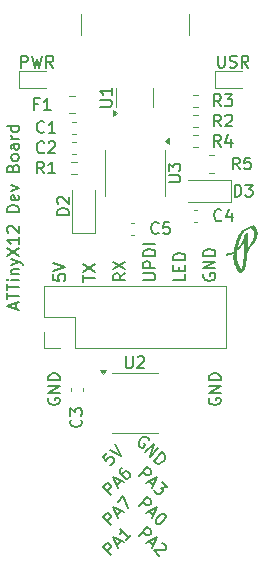
<source format=gto>
%TF.GenerationSoftware,KiCad,Pcbnew,8.0.8*%
%TF.CreationDate,2025-02-23T10:22:01-05:00*%
%TF.ProjectId,attinyx12_dev,61747469-6e79-4783-9132-5f6465762e6b,rev?*%
%TF.SameCoordinates,Original*%
%TF.FileFunction,Legend,Top*%
%TF.FilePolarity,Positive*%
%FSLAX46Y46*%
G04 Gerber Fmt 4.6, Leading zero omitted, Abs format (unit mm)*
G04 Created by KiCad (PCBNEW 8.0.8) date 2025-02-23 10:22:01*
%MOMM*%
%LPD*%
G01*
G04 APERTURE LIST*
%ADD10C,0.153000*%
%ADD11C,0.150000*%
%ADD12C,0.120000*%
%ADD13C,0.010000*%
G04 APERTURE END LIST*
D10*
X4997282Y-36491904D02*
X4949663Y-36587142D01*
X4949663Y-36587142D02*
X4949663Y-36729999D01*
X4949663Y-36729999D02*
X4997282Y-36872856D01*
X4997282Y-36872856D02*
X5092520Y-36968094D01*
X5092520Y-36968094D02*
X5187758Y-37015713D01*
X5187758Y-37015713D02*
X5378234Y-37063332D01*
X5378234Y-37063332D02*
X5521091Y-37063332D01*
X5521091Y-37063332D02*
X5711567Y-37015713D01*
X5711567Y-37015713D02*
X5806805Y-36968094D01*
X5806805Y-36968094D02*
X5902044Y-36872856D01*
X5902044Y-36872856D02*
X5949663Y-36729999D01*
X5949663Y-36729999D02*
X5949663Y-36634761D01*
X5949663Y-36634761D02*
X5902044Y-36491904D01*
X5902044Y-36491904D02*
X5854424Y-36444285D01*
X5854424Y-36444285D02*
X5521091Y-36444285D01*
X5521091Y-36444285D02*
X5521091Y-36634761D01*
X5949663Y-36015713D02*
X4949663Y-36015713D01*
X4949663Y-36015713D02*
X5949663Y-35444285D01*
X5949663Y-35444285D02*
X4949663Y-35444285D01*
X5949663Y-34968094D02*
X4949663Y-34968094D01*
X4949663Y-34968094D02*
X4949663Y-34729999D01*
X4949663Y-34729999D02*
X4997282Y-34587142D01*
X4997282Y-34587142D02*
X5092520Y-34491904D01*
X5092520Y-34491904D02*
X5187758Y-34444285D01*
X5187758Y-34444285D02*
X5378234Y-34396666D01*
X5378234Y-34396666D02*
X5521091Y-34396666D01*
X5521091Y-34396666D02*
X5711567Y-34444285D01*
X5711567Y-34444285D02*
X5806805Y-34491904D01*
X5806805Y-34491904D02*
X5902044Y-34587142D01*
X5902044Y-34587142D02*
X5949663Y-34729999D01*
X5949663Y-34729999D02*
X5949663Y-34968094D01*
X12649054Y-45592045D02*
X13356161Y-44884938D01*
X13356161Y-44884938D02*
X13625535Y-45154312D01*
X13625535Y-45154312D02*
X13659207Y-45255327D01*
X13659207Y-45255327D02*
X13659207Y-45322671D01*
X13659207Y-45322671D02*
X13625535Y-45423686D01*
X13625535Y-45423686D02*
X13524520Y-45524701D01*
X13524520Y-45524701D02*
X13423504Y-45558373D01*
X13423504Y-45558373D02*
X13356161Y-45558373D01*
X13356161Y-45558373D02*
X13255146Y-45524701D01*
X13255146Y-45524701D02*
X12985772Y-45255327D01*
X13524520Y-46063449D02*
X13861237Y-46400167D01*
X13255146Y-46198136D02*
X14197955Y-45726732D01*
X14197955Y-45726732D02*
X13726550Y-46669541D01*
X14804046Y-46332823D02*
X14871390Y-46400167D01*
X14871390Y-46400167D02*
X14905062Y-46501182D01*
X14905062Y-46501182D02*
X14905062Y-46568526D01*
X14905062Y-46568526D02*
X14871390Y-46669541D01*
X14871390Y-46669541D02*
X14770375Y-46837900D01*
X14770375Y-46837900D02*
X14602016Y-47006259D01*
X14602016Y-47006259D02*
X14433657Y-47107274D01*
X14433657Y-47107274D02*
X14332642Y-47140946D01*
X14332642Y-47140946D02*
X14265298Y-47140946D01*
X14265298Y-47140946D02*
X14164283Y-47107274D01*
X14164283Y-47107274D02*
X14096940Y-47039930D01*
X14096940Y-47039930D02*
X14063268Y-46938915D01*
X14063268Y-46938915D02*
X14063268Y-46871572D01*
X14063268Y-46871572D02*
X14096940Y-46770556D01*
X14096940Y-46770556D02*
X14197955Y-46602198D01*
X14197955Y-46602198D02*
X14366314Y-46433839D01*
X14366314Y-46433839D02*
X14534672Y-46332823D01*
X14534672Y-46332823D02*
X14635688Y-46299152D01*
X14635688Y-46299152D02*
X14703031Y-46299152D01*
X14703031Y-46299152D02*
X14804046Y-46332823D01*
X9930640Y-41118137D02*
X9593922Y-41454854D01*
X9593922Y-41454854D02*
X9896968Y-41825243D01*
X9896968Y-41825243D02*
X9896968Y-41757900D01*
X9896968Y-41757900D02*
X9930640Y-41656885D01*
X9930640Y-41656885D02*
X10098998Y-41488526D01*
X10098998Y-41488526D02*
X10200014Y-41454854D01*
X10200014Y-41454854D02*
X10267357Y-41454854D01*
X10267357Y-41454854D02*
X10368372Y-41488526D01*
X10368372Y-41488526D02*
X10536731Y-41656885D01*
X10536731Y-41656885D02*
X10570403Y-41757900D01*
X10570403Y-41757900D02*
X10570403Y-41825243D01*
X10570403Y-41825243D02*
X10536731Y-41926259D01*
X10536731Y-41926259D02*
X10368372Y-42094617D01*
X10368372Y-42094617D02*
X10267357Y-42128289D01*
X10267357Y-42128289D02*
X10200014Y-42128289D01*
X10166342Y-40882434D02*
X11109151Y-41353839D01*
X11109151Y-41353839D02*
X10637746Y-40411030D01*
X12649054Y-48132045D02*
X13356161Y-47424938D01*
X13356161Y-47424938D02*
X13625535Y-47694312D01*
X13625535Y-47694312D02*
X13659207Y-47795327D01*
X13659207Y-47795327D02*
X13659207Y-47862671D01*
X13659207Y-47862671D02*
X13625535Y-47963686D01*
X13625535Y-47963686D02*
X13524520Y-48064701D01*
X13524520Y-48064701D02*
X13423504Y-48098373D01*
X13423504Y-48098373D02*
X13356161Y-48098373D01*
X13356161Y-48098373D02*
X13255146Y-48064701D01*
X13255146Y-48064701D02*
X12985772Y-47795327D01*
X13524520Y-48603449D02*
X13861237Y-48940167D01*
X13255146Y-48738136D02*
X14197955Y-48266732D01*
X14197955Y-48266732D02*
X13726550Y-49209541D01*
X14568344Y-48771808D02*
X14635688Y-48771808D01*
X14635688Y-48771808D02*
X14736703Y-48805480D01*
X14736703Y-48805480D02*
X14905062Y-48973839D01*
X14905062Y-48973839D02*
X14938733Y-49074854D01*
X14938733Y-49074854D02*
X14938733Y-49142198D01*
X14938733Y-49142198D02*
X14905062Y-49243213D01*
X14905062Y-49243213D02*
X14837718Y-49310556D01*
X14837718Y-49310556D02*
X14703031Y-49377900D01*
X14703031Y-49377900D02*
X13894909Y-49377900D01*
X13894909Y-49377900D02*
X14332642Y-49815633D01*
X2203948Y-28898866D02*
X2203948Y-28422676D01*
X2489663Y-28994104D02*
X1489663Y-28660771D01*
X1489663Y-28660771D02*
X2489663Y-28327438D01*
X1489663Y-28136961D02*
X1489663Y-27565533D01*
X2489663Y-27851247D02*
X1489663Y-27851247D01*
X1489663Y-27375056D02*
X1489663Y-26803628D01*
X2489663Y-27089342D02*
X1489663Y-27089342D01*
X2489663Y-26470294D02*
X1822996Y-26470294D01*
X1489663Y-26470294D02*
X1537282Y-26517913D01*
X1537282Y-26517913D02*
X1584901Y-26470294D01*
X1584901Y-26470294D02*
X1537282Y-26422675D01*
X1537282Y-26422675D02*
X1489663Y-26470294D01*
X1489663Y-26470294D02*
X1584901Y-26470294D01*
X1822996Y-25994104D02*
X2489663Y-25994104D01*
X1918234Y-25994104D02*
X1870615Y-25946485D01*
X1870615Y-25946485D02*
X1822996Y-25851247D01*
X1822996Y-25851247D02*
X1822996Y-25708390D01*
X1822996Y-25708390D02*
X1870615Y-25613152D01*
X1870615Y-25613152D02*
X1965853Y-25565533D01*
X1965853Y-25565533D02*
X2489663Y-25565533D01*
X1822996Y-25184580D02*
X2489663Y-24946485D01*
X1822996Y-24708390D02*
X2489663Y-24946485D01*
X2489663Y-24946485D02*
X2727758Y-25041723D01*
X2727758Y-25041723D02*
X2775377Y-25089342D01*
X2775377Y-25089342D02*
X2822996Y-25184580D01*
X1489663Y-24422675D02*
X2489663Y-23756009D01*
X1489663Y-23756009D02*
X2489663Y-24422675D01*
X2489663Y-22851247D02*
X2489663Y-23422675D01*
X2489663Y-23136961D02*
X1489663Y-23136961D01*
X1489663Y-23136961D02*
X1632520Y-23232199D01*
X1632520Y-23232199D02*
X1727758Y-23327437D01*
X1727758Y-23327437D02*
X1775377Y-23422675D01*
X1584901Y-22470294D02*
X1537282Y-22422675D01*
X1537282Y-22422675D02*
X1489663Y-22327437D01*
X1489663Y-22327437D02*
X1489663Y-22089342D01*
X1489663Y-22089342D02*
X1537282Y-21994104D01*
X1537282Y-21994104D02*
X1584901Y-21946485D01*
X1584901Y-21946485D02*
X1680139Y-21898866D01*
X1680139Y-21898866D02*
X1775377Y-21898866D01*
X1775377Y-21898866D02*
X1918234Y-21946485D01*
X1918234Y-21946485D02*
X2489663Y-22517913D01*
X2489663Y-22517913D02*
X2489663Y-21898866D01*
X2489663Y-20708389D02*
X1489663Y-20708389D01*
X1489663Y-20708389D02*
X1489663Y-20470294D01*
X1489663Y-20470294D02*
X1537282Y-20327437D01*
X1537282Y-20327437D02*
X1632520Y-20232199D01*
X1632520Y-20232199D02*
X1727758Y-20184580D01*
X1727758Y-20184580D02*
X1918234Y-20136961D01*
X1918234Y-20136961D02*
X2061091Y-20136961D01*
X2061091Y-20136961D02*
X2251567Y-20184580D01*
X2251567Y-20184580D02*
X2346805Y-20232199D01*
X2346805Y-20232199D02*
X2442044Y-20327437D01*
X2442044Y-20327437D02*
X2489663Y-20470294D01*
X2489663Y-20470294D02*
X2489663Y-20708389D01*
X2442044Y-19327437D02*
X2489663Y-19422675D01*
X2489663Y-19422675D02*
X2489663Y-19613151D01*
X2489663Y-19613151D02*
X2442044Y-19708389D01*
X2442044Y-19708389D02*
X2346805Y-19756008D01*
X2346805Y-19756008D02*
X1965853Y-19756008D01*
X1965853Y-19756008D02*
X1870615Y-19708389D01*
X1870615Y-19708389D02*
X1822996Y-19613151D01*
X1822996Y-19613151D02*
X1822996Y-19422675D01*
X1822996Y-19422675D02*
X1870615Y-19327437D01*
X1870615Y-19327437D02*
X1965853Y-19279818D01*
X1965853Y-19279818D02*
X2061091Y-19279818D01*
X2061091Y-19279818D02*
X2156329Y-19756008D01*
X1822996Y-18946484D02*
X2489663Y-18708389D01*
X2489663Y-18708389D02*
X1822996Y-18470294D01*
X1965853Y-16994103D02*
X2013472Y-16851246D01*
X2013472Y-16851246D02*
X2061091Y-16803627D01*
X2061091Y-16803627D02*
X2156329Y-16756008D01*
X2156329Y-16756008D02*
X2299186Y-16756008D01*
X2299186Y-16756008D02*
X2394424Y-16803627D01*
X2394424Y-16803627D02*
X2442044Y-16851246D01*
X2442044Y-16851246D02*
X2489663Y-16946484D01*
X2489663Y-16946484D02*
X2489663Y-17327436D01*
X2489663Y-17327436D02*
X1489663Y-17327436D01*
X1489663Y-17327436D02*
X1489663Y-16994103D01*
X1489663Y-16994103D02*
X1537282Y-16898865D01*
X1537282Y-16898865D02*
X1584901Y-16851246D01*
X1584901Y-16851246D02*
X1680139Y-16803627D01*
X1680139Y-16803627D02*
X1775377Y-16803627D01*
X1775377Y-16803627D02*
X1870615Y-16851246D01*
X1870615Y-16851246D02*
X1918234Y-16898865D01*
X1918234Y-16898865D02*
X1965853Y-16994103D01*
X1965853Y-16994103D02*
X1965853Y-17327436D01*
X2489663Y-16184579D02*
X2442044Y-16279817D01*
X2442044Y-16279817D02*
X2394424Y-16327436D01*
X2394424Y-16327436D02*
X2299186Y-16375055D01*
X2299186Y-16375055D02*
X2013472Y-16375055D01*
X2013472Y-16375055D02*
X1918234Y-16327436D01*
X1918234Y-16327436D02*
X1870615Y-16279817D01*
X1870615Y-16279817D02*
X1822996Y-16184579D01*
X1822996Y-16184579D02*
X1822996Y-16041722D01*
X1822996Y-16041722D02*
X1870615Y-15946484D01*
X1870615Y-15946484D02*
X1918234Y-15898865D01*
X1918234Y-15898865D02*
X2013472Y-15851246D01*
X2013472Y-15851246D02*
X2299186Y-15851246D01*
X2299186Y-15851246D02*
X2394424Y-15898865D01*
X2394424Y-15898865D02*
X2442044Y-15946484D01*
X2442044Y-15946484D02*
X2489663Y-16041722D01*
X2489663Y-16041722D02*
X2489663Y-16184579D01*
X2489663Y-14994103D02*
X1965853Y-14994103D01*
X1965853Y-14994103D02*
X1870615Y-15041722D01*
X1870615Y-15041722D02*
X1822996Y-15136960D01*
X1822996Y-15136960D02*
X1822996Y-15327436D01*
X1822996Y-15327436D02*
X1870615Y-15422674D01*
X2442044Y-14994103D02*
X2489663Y-15089341D01*
X2489663Y-15089341D02*
X2489663Y-15327436D01*
X2489663Y-15327436D02*
X2442044Y-15422674D01*
X2442044Y-15422674D02*
X2346805Y-15470293D01*
X2346805Y-15470293D02*
X2251567Y-15470293D01*
X2251567Y-15470293D02*
X2156329Y-15422674D01*
X2156329Y-15422674D02*
X2108710Y-15327436D01*
X2108710Y-15327436D02*
X2108710Y-15089341D01*
X2108710Y-15089341D02*
X2061091Y-14994103D01*
X2489663Y-14517912D02*
X1822996Y-14517912D01*
X2013472Y-14517912D02*
X1918234Y-14470293D01*
X1918234Y-14470293D02*
X1870615Y-14422674D01*
X1870615Y-14422674D02*
X1822996Y-14327436D01*
X1822996Y-14327436D02*
X1822996Y-14232198D01*
X2489663Y-13470293D02*
X1489663Y-13470293D01*
X2442044Y-13470293D02*
X2489663Y-13565531D01*
X2489663Y-13565531D02*
X2489663Y-13756007D01*
X2489663Y-13756007D02*
X2442044Y-13851245D01*
X2442044Y-13851245D02*
X2394424Y-13898864D01*
X2394424Y-13898864D02*
X2299186Y-13946483D01*
X2299186Y-13946483D02*
X2013472Y-13946483D01*
X2013472Y-13946483D02*
X1918234Y-13898864D01*
X1918234Y-13898864D02*
X1870615Y-13851245D01*
X1870615Y-13851245D02*
X1822996Y-13756007D01*
X1822996Y-13756007D02*
X1822996Y-13565531D01*
X1822996Y-13565531D02*
X1870615Y-13470293D01*
X5409663Y-26020057D02*
X5409663Y-26496247D01*
X5409663Y-26496247D02*
X5885853Y-26543866D01*
X5885853Y-26543866D02*
X5838234Y-26496247D01*
X5838234Y-26496247D02*
X5790615Y-26401009D01*
X5790615Y-26401009D02*
X5790615Y-26162914D01*
X5790615Y-26162914D02*
X5838234Y-26067676D01*
X5838234Y-26067676D02*
X5885853Y-26020057D01*
X5885853Y-26020057D02*
X5981091Y-25972438D01*
X5981091Y-25972438D02*
X6219186Y-25972438D01*
X6219186Y-25972438D02*
X6314424Y-26020057D01*
X6314424Y-26020057D02*
X6362044Y-26067676D01*
X6362044Y-26067676D02*
X6409663Y-26162914D01*
X6409663Y-26162914D02*
X6409663Y-26401009D01*
X6409663Y-26401009D02*
X6362044Y-26496247D01*
X6362044Y-26496247D02*
X6314424Y-26543866D01*
X5409663Y-25686723D02*
X6409663Y-25353390D01*
X6409663Y-25353390D02*
X5409663Y-25020057D01*
X2666667Y-8498463D02*
X2666667Y-7498463D01*
X2666667Y-7498463D02*
X3047619Y-7498463D01*
X3047619Y-7498463D02*
X3142857Y-7546082D01*
X3142857Y-7546082D02*
X3190476Y-7593701D01*
X3190476Y-7593701D02*
X3238095Y-7688939D01*
X3238095Y-7688939D02*
X3238095Y-7831796D01*
X3238095Y-7831796D02*
X3190476Y-7927034D01*
X3190476Y-7927034D02*
X3142857Y-7974653D01*
X3142857Y-7974653D02*
X3047619Y-8022272D01*
X3047619Y-8022272D02*
X2666667Y-8022272D01*
X3571429Y-7498463D02*
X3809524Y-8498463D01*
X3809524Y-8498463D02*
X4000000Y-7784177D01*
X4000000Y-7784177D02*
X4190476Y-8498463D01*
X4190476Y-8498463D02*
X4428572Y-7498463D01*
X5380952Y-8498463D02*
X5047619Y-8022272D01*
X4809524Y-8498463D02*
X4809524Y-7498463D01*
X4809524Y-7498463D02*
X5190476Y-7498463D01*
X5190476Y-7498463D02*
X5285714Y-7546082D01*
X5285714Y-7546082D02*
X5333333Y-7593701D01*
X5333333Y-7593701D02*
X5380952Y-7688939D01*
X5380952Y-7688939D02*
X5380952Y-7831796D01*
X5380952Y-7831796D02*
X5333333Y-7927034D01*
X5333333Y-7927034D02*
X5285714Y-7974653D01*
X5285714Y-7974653D02*
X5190476Y-8022272D01*
X5190476Y-8022272D02*
X4809524Y-8022272D01*
X10301029Y-47241961D02*
X9593922Y-46534854D01*
X9593922Y-46534854D02*
X9863296Y-46265480D01*
X9863296Y-46265480D02*
X9964311Y-46231808D01*
X9964311Y-46231808D02*
X10031655Y-46231808D01*
X10031655Y-46231808D02*
X10132670Y-46265480D01*
X10132670Y-46265480D02*
X10233685Y-46366495D01*
X10233685Y-46366495D02*
X10267357Y-46467511D01*
X10267357Y-46467511D02*
X10267357Y-46534854D01*
X10267357Y-46534854D02*
X10233685Y-46635869D01*
X10233685Y-46635869D02*
X9964311Y-46905243D01*
X10772433Y-46366495D02*
X11109151Y-46029778D01*
X10907120Y-46635869D02*
X10435716Y-45693060D01*
X10435716Y-45693060D02*
X11378525Y-46164465D01*
X10839777Y-45288999D02*
X11311181Y-44817595D01*
X11311181Y-44817595D02*
X11715242Y-45827747D01*
X18157282Y-25972438D02*
X18109663Y-26067676D01*
X18109663Y-26067676D02*
X18109663Y-26210533D01*
X18109663Y-26210533D02*
X18157282Y-26353390D01*
X18157282Y-26353390D02*
X18252520Y-26448628D01*
X18252520Y-26448628D02*
X18347758Y-26496247D01*
X18347758Y-26496247D02*
X18538234Y-26543866D01*
X18538234Y-26543866D02*
X18681091Y-26543866D01*
X18681091Y-26543866D02*
X18871567Y-26496247D01*
X18871567Y-26496247D02*
X18966805Y-26448628D01*
X18966805Y-26448628D02*
X19062044Y-26353390D01*
X19062044Y-26353390D02*
X19109663Y-26210533D01*
X19109663Y-26210533D02*
X19109663Y-26115295D01*
X19109663Y-26115295D02*
X19062044Y-25972438D01*
X19062044Y-25972438D02*
X19014424Y-25924819D01*
X19014424Y-25924819D02*
X18681091Y-25924819D01*
X18681091Y-25924819D02*
X18681091Y-26115295D01*
X19109663Y-25496247D02*
X18109663Y-25496247D01*
X18109663Y-25496247D02*
X19109663Y-24924819D01*
X19109663Y-24924819D02*
X18109663Y-24924819D01*
X19109663Y-24448628D02*
X18109663Y-24448628D01*
X18109663Y-24448628D02*
X18109663Y-24210533D01*
X18109663Y-24210533D02*
X18157282Y-24067676D01*
X18157282Y-24067676D02*
X18252520Y-23972438D01*
X18252520Y-23972438D02*
X18347758Y-23924819D01*
X18347758Y-23924819D02*
X18538234Y-23877200D01*
X18538234Y-23877200D02*
X18681091Y-23877200D01*
X18681091Y-23877200D02*
X18871567Y-23924819D01*
X18871567Y-23924819D02*
X18966805Y-23972438D01*
X18966805Y-23972438D02*
X19062044Y-24067676D01*
X19062044Y-24067676D02*
X19109663Y-24210533D01*
X19109663Y-24210533D02*
X19109663Y-24448628D01*
X11489663Y-25924819D02*
X11013472Y-26258152D01*
X11489663Y-26496247D02*
X10489663Y-26496247D01*
X10489663Y-26496247D02*
X10489663Y-26115295D01*
X10489663Y-26115295D02*
X10537282Y-26020057D01*
X10537282Y-26020057D02*
X10584901Y-25972438D01*
X10584901Y-25972438D02*
X10680139Y-25924819D01*
X10680139Y-25924819D02*
X10822996Y-25924819D01*
X10822996Y-25924819D02*
X10918234Y-25972438D01*
X10918234Y-25972438D02*
X10965853Y-26020057D01*
X10965853Y-26020057D02*
X11013472Y-26115295D01*
X11013472Y-26115295D02*
X11013472Y-26496247D01*
X10489663Y-25591485D02*
X11489663Y-24924819D01*
X10489663Y-24924819D02*
X11489663Y-25591485D01*
X10301029Y-44701961D02*
X9593922Y-43994854D01*
X9593922Y-43994854D02*
X9863296Y-43725480D01*
X9863296Y-43725480D02*
X9964311Y-43691808D01*
X9964311Y-43691808D02*
X10031655Y-43691808D01*
X10031655Y-43691808D02*
X10132670Y-43725480D01*
X10132670Y-43725480D02*
X10233685Y-43826495D01*
X10233685Y-43826495D02*
X10267357Y-43927511D01*
X10267357Y-43927511D02*
X10267357Y-43994854D01*
X10267357Y-43994854D02*
X10233685Y-44095869D01*
X10233685Y-44095869D02*
X9964311Y-44365243D01*
X10772433Y-43826495D02*
X11109151Y-43489778D01*
X10907120Y-44095869D02*
X10435716Y-43153060D01*
X10435716Y-43153060D02*
X11378525Y-43624465D01*
X11210166Y-42378610D02*
X11075479Y-42513297D01*
X11075479Y-42513297D02*
X11041807Y-42614312D01*
X11041807Y-42614312D02*
X11041807Y-42681656D01*
X11041807Y-42681656D02*
X11075479Y-42850014D01*
X11075479Y-42850014D02*
X11176494Y-43018373D01*
X11176494Y-43018373D02*
X11445868Y-43287747D01*
X11445868Y-43287747D02*
X11546884Y-43321419D01*
X11546884Y-43321419D02*
X11614227Y-43321419D01*
X11614227Y-43321419D02*
X11715242Y-43287747D01*
X11715242Y-43287747D02*
X11849929Y-43153060D01*
X11849929Y-43153060D02*
X11883601Y-43052045D01*
X11883601Y-43052045D02*
X11883601Y-42984701D01*
X11883601Y-42984701D02*
X11849929Y-42883686D01*
X11849929Y-42883686D02*
X11681571Y-42715327D01*
X11681571Y-42715327D02*
X11580555Y-42681656D01*
X11580555Y-42681656D02*
X11513212Y-42681656D01*
X11513212Y-42681656D02*
X11412197Y-42715327D01*
X11412197Y-42715327D02*
X11277510Y-42850014D01*
X11277510Y-42850014D02*
X11243838Y-42951030D01*
X11243838Y-42951030D02*
X11243838Y-43018373D01*
X11243838Y-43018373D02*
X11277510Y-43119388D01*
X12649054Y-43052045D02*
X13356161Y-42344938D01*
X13356161Y-42344938D02*
X13625535Y-42614312D01*
X13625535Y-42614312D02*
X13659207Y-42715327D01*
X13659207Y-42715327D02*
X13659207Y-42782671D01*
X13659207Y-42782671D02*
X13625535Y-42883686D01*
X13625535Y-42883686D02*
X13524520Y-42984701D01*
X13524520Y-42984701D02*
X13423504Y-43018373D01*
X13423504Y-43018373D02*
X13356161Y-43018373D01*
X13356161Y-43018373D02*
X13255146Y-42984701D01*
X13255146Y-42984701D02*
X12985772Y-42715327D01*
X13524520Y-43523449D02*
X13861237Y-43860167D01*
X13255146Y-43658136D02*
X14197955Y-43186732D01*
X14197955Y-43186732D02*
X13726550Y-44129541D01*
X14602016Y-43590793D02*
X15039749Y-44028526D01*
X15039749Y-44028526D02*
X14534672Y-44062198D01*
X14534672Y-44062198D02*
X14635688Y-44163213D01*
X14635688Y-44163213D02*
X14669359Y-44264228D01*
X14669359Y-44264228D02*
X14669359Y-44331572D01*
X14669359Y-44331572D02*
X14635688Y-44432587D01*
X14635688Y-44432587D02*
X14467329Y-44600946D01*
X14467329Y-44600946D02*
X14366314Y-44634617D01*
X14366314Y-44634617D02*
X14298970Y-44634617D01*
X14298970Y-44634617D02*
X14197955Y-44600946D01*
X14197955Y-44600946D02*
X13995924Y-44398915D01*
X13995924Y-44398915D02*
X13962253Y-44297900D01*
X13962253Y-44297900D02*
X13962253Y-44230556D01*
X13524520Y-40040641D02*
X13490848Y-39939625D01*
X13490848Y-39939625D02*
X13389833Y-39838610D01*
X13389833Y-39838610D02*
X13255146Y-39771266D01*
X13255146Y-39771266D02*
X13120459Y-39771266D01*
X13120459Y-39771266D02*
X13019444Y-39804938D01*
X13019444Y-39804938D02*
X12851085Y-39905954D01*
X12851085Y-39905954D02*
X12750070Y-40006969D01*
X12750070Y-40006969D02*
X12649054Y-40175328D01*
X12649054Y-40175328D02*
X12615383Y-40276343D01*
X12615383Y-40276343D02*
X12615383Y-40411030D01*
X12615383Y-40411030D02*
X12682726Y-40545717D01*
X12682726Y-40545717D02*
X12750070Y-40613060D01*
X12750070Y-40613060D02*
X12884757Y-40680404D01*
X12884757Y-40680404D02*
X12952100Y-40680404D01*
X12952100Y-40680404D02*
X13187802Y-40444702D01*
X13187802Y-40444702D02*
X13053115Y-40310015D01*
X13187802Y-41050793D02*
X13894909Y-40343686D01*
X13894909Y-40343686D02*
X13591863Y-41454854D01*
X13591863Y-41454854D02*
X14298970Y-40747747D01*
X13928581Y-41791572D02*
X14635688Y-41084465D01*
X14635688Y-41084465D02*
X14804046Y-41252824D01*
X14804046Y-41252824D02*
X14871390Y-41387511D01*
X14871390Y-41387511D02*
X14871390Y-41522198D01*
X14871390Y-41522198D02*
X14837718Y-41623213D01*
X14837718Y-41623213D02*
X14736703Y-41791572D01*
X14736703Y-41791572D02*
X14635688Y-41892587D01*
X14635688Y-41892587D02*
X14467329Y-41993602D01*
X14467329Y-41993602D02*
X14366314Y-42027274D01*
X14366314Y-42027274D02*
X14231627Y-42027274D01*
X14231627Y-42027274D02*
X14096940Y-41959930D01*
X14096940Y-41959930D02*
X13928581Y-41791572D01*
X18607282Y-36491904D02*
X18559663Y-36587142D01*
X18559663Y-36587142D02*
X18559663Y-36729999D01*
X18559663Y-36729999D02*
X18607282Y-36872856D01*
X18607282Y-36872856D02*
X18702520Y-36968094D01*
X18702520Y-36968094D02*
X18797758Y-37015713D01*
X18797758Y-37015713D02*
X18988234Y-37063332D01*
X18988234Y-37063332D02*
X19131091Y-37063332D01*
X19131091Y-37063332D02*
X19321567Y-37015713D01*
X19321567Y-37015713D02*
X19416805Y-36968094D01*
X19416805Y-36968094D02*
X19512044Y-36872856D01*
X19512044Y-36872856D02*
X19559663Y-36729999D01*
X19559663Y-36729999D02*
X19559663Y-36634761D01*
X19559663Y-36634761D02*
X19512044Y-36491904D01*
X19512044Y-36491904D02*
X19464424Y-36444285D01*
X19464424Y-36444285D02*
X19131091Y-36444285D01*
X19131091Y-36444285D02*
X19131091Y-36634761D01*
X19559663Y-36015713D02*
X18559663Y-36015713D01*
X18559663Y-36015713D02*
X19559663Y-35444285D01*
X19559663Y-35444285D02*
X18559663Y-35444285D01*
X19559663Y-34968094D02*
X18559663Y-34968094D01*
X18559663Y-34968094D02*
X18559663Y-34729999D01*
X18559663Y-34729999D02*
X18607282Y-34587142D01*
X18607282Y-34587142D02*
X18702520Y-34491904D01*
X18702520Y-34491904D02*
X18797758Y-34444285D01*
X18797758Y-34444285D02*
X18988234Y-34396666D01*
X18988234Y-34396666D02*
X19131091Y-34396666D01*
X19131091Y-34396666D02*
X19321567Y-34444285D01*
X19321567Y-34444285D02*
X19416805Y-34491904D01*
X19416805Y-34491904D02*
X19512044Y-34587142D01*
X19512044Y-34587142D02*
X19559663Y-34729999D01*
X19559663Y-34729999D02*
X19559663Y-34968094D01*
X10301029Y-49781961D02*
X9593922Y-49074854D01*
X9593922Y-49074854D02*
X9863296Y-48805480D01*
X9863296Y-48805480D02*
X9964311Y-48771808D01*
X9964311Y-48771808D02*
X10031655Y-48771808D01*
X10031655Y-48771808D02*
X10132670Y-48805480D01*
X10132670Y-48805480D02*
X10233685Y-48906495D01*
X10233685Y-48906495D02*
X10267357Y-49007511D01*
X10267357Y-49007511D02*
X10267357Y-49074854D01*
X10267357Y-49074854D02*
X10233685Y-49175869D01*
X10233685Y-49175869D02*
X9964311Y-49445243D01*
X10772433Y-48906495D02*
X11109151Y-48569778D01*
X10907120Y-49175869D02*
X10435716Y-48233060D01*
X10435716Y-48233060D02*
X11378525Y-48704465D01*
X11984617Y-48098373D02*
X11580555Y-48502434D01*
X11782586Y-48300404D02*
X11075479Y-47593297D01*
X11075479Y-47593297D02*
X11109151Y-47761656D01*
X11109151Y-47761656D02*
X11109151Y-47896343D01*
X11109151Y-47896343D02*
X11075479Y-47997358D01*
X16569663Y-26020057D02*
X16569663Y-26496247D01*
X16569663Y-26496247D02*
X15569663Y-26496247D01*
X16045853Y-25686723D02*
X16045853Y-25353390D01*
X16569663Y-25210533D02*
X16569663Y-25686723D01*
X16569663Y-25686723D02*
X15569663Y-25686723D01*
X15569663Y-25686723D02*
X15569663Y-25210533D01*
X16569663Y-24781961D02*
X15569663Y-24781961D01*
X15569663Y-24781961D02*
X15569663Y-24543866D01*
X15569663Y-24543866D02*
X15617282Y-24401009D01*
X15617282Y-24401009D02*
X15712520Y-24305771D01*
X15712520Y-24305771D02*
X15807758Y-24258152D01*
X15807758Y-24258152D02*
X15998234Y-24210533D01*
X15998234Y-24210533D02*
X16141091Y-24210533D01*
X16141091Y-24210533D02*
X16331567Y-24258152D01*
X16331567Y-24258152D02*
X16426805Y-24305771D01*
X16426805Y-24305771D02*
X16522044Y-24401009D01*
X16522044Y-24401009D02*
X16569663Y-24543866D01*
X16569663Y-24543866D02*
X16569663Y-24781961D01*
X19338095Y-7498463D02*
X19338095Y-8307986D01*
X19338095Y-8307986D02*
X19385714Y-8403224D01*
X19385714Y-8403224D02*
X19433333Y-8450844D01*
X19433333Y-8450844D02*
X19528571Y-8498463D01*
X19528571Y-8498463D02*
X19719047Y-8498463D01*
X19719047Y-8498463D02*
X19814285Y-8450844D01*
X19814285Y-8450844D02*
X19861904Y-8403224D01*
X19861904Y-8403224D02*
X19909523Y-8307986D01*
X19909523Y-8307986D02*
X19909523Y-7498463D01*
X20338095Y-8450844D02*
X20480952Y-8498463D01*
X20480952Y-8498463D02*
X20719047Y-8498463D01*
X20719047Y-8498463D02*
X20814285Y-8450844D01*
X20814285Y-8450844D02*
X20861904Y-8403224D01*
X20861904Y-8403224D02*
X20909523Y-8307986D01*
X20909523Y-8307986D02*
X20909523Y-8212748D01*
X20909523Y-8212748D02*
X20861904Y-8117510D01*
X20861904Y-8117510D02*
X20814285Y-8069891D01*
X20814285Y-8069891D02*
X20719047Y-8022272D01*
X20719047Y-8022272D02*
X20528571Y-7974653D01*
X20528571Y-7974653D02*
X20433333Y-7927034D01*
X20433333Y-7927034D02*
X20385714Y-7879415D01*
X20385714Y-7879415D02*
X20338095Y-7784177D01*
X20338095Y-7784177D02*
X20338095Y-7688939D01*
X20338095Y-7688939D02*
X20385714Y-7593701D01*
X20385714Y-7593701D02*
X20433333Y-7546082D01*
X20433333Y-7546082D02*
X20528571Y-7498463D01*
X20528571Y-7498463D02*
X20766666Y-7498463D01*
X20766666Y-7498463D02*
X20909523Y-7546082D01*
X21909523Y-8498463D02*
X21576190Y-8022272D01*
X21338095Y-8498463D02*
X21338095Y-7498463D01*
X21338095Y-7498463D02*
X21719047Y-7498463D01*
X21719047Y-7498463D02*
X21814285Y-7546082D01*
X21814285Y-7546082D02*
X21861904Y-7593701D01*
X21861904Y-7593701D02*
X21909523Y-7688939D01*
X21909523Y-7688939D02*
X21909523Y-7831796D01*
X21909523Y-7831796D02*
X21861904Y-7927034D01*
X21861904Y-7927034D02*
X21814285Y-7974653D01*
X21814285Y-7974653D02*
X21719047Y-8022272D01*
X21719047Y-8022272D02*
X21338095Y-8022272D01*
X13029663Y-26496247D02*
X13839186Y-26496247D01*
X13839186Y-26496247D02*
X13934424Y-26448628D01*
X13934424Y-26448628D02*
X13982044Y-26401009D01*
X13982044Y-26401009D02*
X14029663Y-26305771D01*
X14029663Y-26305771D02*
X14029663Y-26115295D01*
X14029663Y-26115295D02*
X13982044Y-26020057D01*
X13982044Y-26020057D02*
X13934424Y-25972438D01*
X13934424Y-25972438D02*
X13839186Y-25924819D01*
X13839186Y-25924819D02*
X13029663Y-25924819D01*
X14029663Y-25448628D02*
X13029663Y-25448628D01*
X13029663Y-25448628D02*
X13029663Y-25067676D01*
X13029663Y-25067676D02*
X13077282Y-24972438D01*
X13077282Y-24972438D02*
X13124901Y-24924819D01*
X13124901Y-24924819D02*
X13220139Y-24877200D01*
X13220139Y-24877200D02*
X13362996Y-24877200D01*
X13362996Y-24877200D02*
X13458234Y-24924819D01*
X13458234Y-24924819D02*
X13505853Y-24972438D01*
X13505853Y-24972438D02*
X13553472Y-25067676D01*
X13553472Y-25067676D02*
X13553472Y-25448628D01*
X14029663Y-24448628D02*
X13029663Y-24448628D01*
X13029663Y-24448628D02*
X13029663Y-24210533D01*
X13029663Y-24210533D02*
X13077282Y-24067676D01*
X13077282Y-24067676D02*
X13172520Y-23972438D01*
X13172520Y-23972438D02*
X13267758Y-23924819D01*
X13267758Y-23924819D02*
X13458234Y-23877200D01*
X13458234Y-23877200D02*
X13601091Y-23877200D01*
X13601091Y-23877200D02*
X13791567Y-23924819D01*
X13791567Y-23924819D02*
X13886805Y-23972438D01*
X13886805Y-23972438D02*
X13982044Y-24067676D01*
X13982044Y-24067676D02*
X14029663Y-24210533D01*
X14029663Y-24210533D02*
X14029663Y-24448628D01*
X14029663Y-23448628D02*
X13029663Y-23448628D01*
X7949663Y-26639104D02*
X7949663Y-26067676D01*
X8949663Y-26353390D02*
X7949663Y-26353390D01*
X7949663Y-25829580D02*
X8949663Y-25162914D01*
X7949663Y-25162914D02*
X8949663Y-25829580D01*
D11*
X4613333Y-15659580D02*
X4565714Y-15707200D01*
X4565714Y-15707200D02*
X4422857Y-15754819D01*
X4422857Y-15754819D02*
X4327619Y-15754819D01*
X4327619Y-15754819D02*
X4184762Y-15707200D01*
X4184762Y-15707200D02*
X4089524Y-15611961D01*
X4089524Y-15611961D02*
X4041905Y-15516723D01*
X4041905Y-15516723D02*
X3994286Y-15326247D01*
X3994286Y-15326247D02*
X3994286Y-15183390D01*
X3994286Y-15183390D02*
X4041905Y-14992914D01*
X4041905Y-14992914D02*
X4089524Y-14897676D01*
X4089524Y-14897676D02*
X4184762Y-14802438D01*
X4184762Y-14802438D02*
X4327619Y-14754819D01*
X4327619Y-14754819D02*
X4422857Y-14754819D01*
X4422857Y-14754819D02*
X4565714Y-14802438D01*
X4565714Y-14802438D02*
X4613333Y-14850057D01*
X4994286Y-14850057D02*
X5041905Y-14802438D01*
X5041905Y-14802438D02*
X5137143Y-14754819D01*
X5137143Y-14754819D02*
X5375238Y-14754819D01*
X5375238Y-14754819D02*
X5470476Y-14802438D01*
X5470476Y-14802438D02*
X5518095Y-14850057D01*
X5518095Y-14850057D02*
X5565714Y-14945295D01*
X5565714Y-14945295D02*
X5565714Y-15040533D01*
X5565714Y-15040533D02*
X5518095Y-15183390D01*
X5518095Y-15183390D02*
X4946667Y-15754819D01*
X4946667Y-15754819D02*
X5565714Y-15754819D01*
X19593333Y-15194819D02*
X19260000Y-14718628D01*
X19021905Y-15194819D02*
X19021905Y-14194819D01*
X19021905Y-14194819D02*
X19402857Y-14194819D01*
X19402857Y-14194819D02*
X19498095Y-14242438D01*
X19498095Y-14242438D02*
X19545714Y-14290057D01*
X19545714Y-14290057D02*
X19593333Y-14385295D01*
X19593333Y-14385295D02*
X19593333Y-14528152D01*
X19593333Y-14528152D02*
X19545714Y-14623390D01*
X19545714Y-14623390D02*
X19498095Y-14671009D01*
X19498095Y-14671009D02*
X19402857Y-14718628D01*
X19402857Y-14718628D02*
X19021905Y-14718628D01*
X20450476Y-14528152D02*
X20450476Y-15194819D01*
X20212381Y-14147200D02*
X19974286Y-14861485D01*
X19974286Y-14861485D02*
X20593333Y-14861485D01*
X11538095Y-32954819D02*
X11538095Y-33764342D01*
X11538095Y-33764342D02*
X11585714Y-33859580D01*
X11585714Y-33859580D02*
X11633333Y-33907200D01*
X11633333Y-33907200D02*
X11728571Y-33954819D01*
X11728571Y-33954819D02*
X11919047Y-33954819D01*
X11919047Y-33954819D02*
X12014285Y-33907200D01*
X12014285Y-33907200D02*
X12061904Y-33859580D01*
X12061904Y-33859580D02*
X12109523Y-33764342D01*
X12109523Y-33764342D02*
X12109523Y-32954819D01*
X12538095Y-33050057D02*
X12585714Y-33002438D01*
X12585714Y-33002438D02*
X12680952Y-32954819D01*
X12680952Y-32954819D02*
X12919047Y-32954819D01*
X12919047Y-32954819D02*
X13014285Y-33002438D01*
X13014285Y-33002438D02*
X13061904Y-33050057D01*
X13061904Y-33050057D02*
X13109523Y-33145295D01*
X13109523Y-33145295D02*
X13109523Y-33240533D01*
X13109523Y-33240533D02*
X13061904Y-33383390D01*
X13061904Y-33383390D02*
X12490476Y-33954819D01*
X12490476Y-33954819D02*
X13109523Y-33954819D01*
X19593333Y-13484819D02*
X19260000Y-13008628D01*
X19021905Y-13484819D02*
X19021905Y-12484819D01*
X19021905Y-12484819D02*
X19402857Y-12484819D01*
X19402857Y-12484819D02*
X19498095Y-12532438D01*
X19498095Y-12532438D02*
X19545714Y-12580057D01*
X19545714Y-12580057D02*
X19593333Y-12675295D01*
X19593333Y-12675295D02*
X19593333Y-12818152D01*
X19593333Y-12818152D02*
X19545714Y-12913390D01*
X19545714Y-12913390D02*
X19498095Y-12961009D01*
X19498095Y-12961009D02*
X19402857Y-13008628D01*
X19402857Y-13008628D02*
X19021905Y-13008628D01*
X19974286Y-12580057D02*
X20021905Y-12532438D01*
X20021905Y-12532438D02*
X20117143Y-12484819D01*
X20117143Y-12484819D02*
X20355238Y-12484819D01*
X20355238Y-12484819D02*
X20450476Y-12532438D01*
X20450476Y-12532438D02*
X20498095Y-12580057D01*
X20498095Y-12580057D02*
X20545714Y-12675295D01*
X20545714Y-12675295D02*
X20545714Y-12770533D01*
X20545714Y-12770533D02*
X20498095Y-12913390D01*
X20498095Y-12913390D02*
X19926667Y-13484819D01*
X19926667Y-13484819D02*
X20545714Y-13484819D01*
X9354819Y-11811904D02*
X10164342Y-11811904D01*
X10164342Y-11811904D02*
X10259580Y-11764285D01*
X10259580Y-11764285D02*
X10307200Y-11716666D01*
X10307200Y-11716666D02*
X10354819Y-11621428D01*
X10354819Y-11621428D02*
X10354819Y-11430952D01*
X10354819Y-11430952D02*
X10307200Y-11335714D01*
X10307200Y-11335714D02*
X10259580Y-11288095D01*
X10259580Y-11288095D02*
X10164342Y-11240476D01*
X10164342Y-11240476D02*
X9354819Y-11240476D01*
X10354819Y-10240476D02*
X10354819Y-10811904D01*
X10354819Y-10526190D02*
X9354819Y-10526190D01*
X9354819Y-10526190D02*
X9497676Y-10621428D01*
X9497676Y-10621428D02*
X9592914Y-10716666D01*
X9592914Y-10716666D02*
X9640533Y-10811904D01*
X20742505Y-19424819D02*
X20742505Y-18424819D01*
X20742505Y-18424819D02*
X20980600Y-18424819D01*
X20980600Y-18424819D02*
X21123457Y-18472438D01*
X21123457Y-18472438D02*
X21218695Y-18567676D01*
X21218695Y-18567676D02*
X21266314Y-18662914D01*
X21266314Y-18662914D02*
X21313933Y-18853390D01*
X21313933Y-18853390D02*
X21313933Y-18996247D01*
X21313933Y-18996247D02*
X21266314Y-19186723D01*
X21266314Y-19186723D02*
X21218695Y-19281961D01*
X21218695Y-19281961D02*
X21123457Y-19377200D01*
X21123457Y-19377200D02*
X20980600Y-19424819D01*
X20980600Y-19424819D02*
X20742505Y-19424819D01*
X21647267Y-18424819D02*
X22266314Y-18424819D01*
X22266314Y-18424819D02*
X21932981Y-18805771D01*
X21932981Y-18805771D02*
X22075838Y-18805771D01*
X22075838Y-18805771D02*
X22171076Y-18853390D01*
X22171076Y-18853390D02*
X22218695Y-18901009D01*
X22218695Y-18901009D02*
X22266314Y-18996247D01*
X22266314Y-18996247D02*
X22266314Y-19234342D01*
X22266314Y-19234342D02*
X22218695Y-19329580D01*
X22218695Y-19329580D02*
X22171076Y-19377200D01*
X22171076Y-19377200D02*
X22075838Y-19424819D01*
X22075838Y-19424819D02*
X21790124Y-19424819D01*
X21790124Y-19424819D02*
X21694886Y-19377200D01*
X21694886Y-19377200D02*
X21647267Y-19329580D01*
X19593333Y-11774819D02*
X19260000Y-11298628D01*
X19021905Y-11774819D02*
X19021905Y-10774819D01*
X19021905Y-10774819D02*
X19402857Y-10774819D01*
X19402857Y-10774819D02*
X19498095Y-10822438D01*
X19498095Y-10822438D02*
X19545714Y-10870057D01*
X19545714Y-10870057D02*
X19593333Y-10965295D01*
X19593333Y-10965295D02*
X19593333Y-11108152D01*
X19593333Y-11108152D02*
X19545714Y-11203390D01*
X19545714Y-11203390D02*
X19498095Y-11251009D01*
X19498095Y-11251009D02*
X19402857Y-11298628D01*
X19402857Y-11298628D02*
X19021905Y-11298628D01*
X19926667Y-10774819D02*
X20545714Y-10774819D01*
X20545714Y-10774819D02*
X20212381Y-11155771D01*
X20212381Y-11155771D02*
X20355238Y-11155771D01*
X20355238Y-11155771D02*
X20450476Y-11203390D01*
X20450476Y-11203390D02*
X20498095Y-11251009D01*
X20498095Y-11251009D02*
X20545714Y-11346247D01*
X20545714Y-11346247D02*
X20545714Y-11584342D01*
X20545714Y-11584342D02*
X20498095Y-11679580D01*
X20498095Y-11679580D02*
X20450476Y-11727200D01*
X20450476Y-11727200D02*
X20355238Y-11774819D01*
X20355238Y-11774819D02*
X20069524Y-11774819D01*
X20069524Y-11774819D02*
X19974286Y-11727200D01*
X19974286Y-11727200D02*
X19926667Y-11679580D01*
X21173333Y-17124819D02*
X20840000Y-16648628D01*
X20601905Y-17124819D02*
X20601905Y-16124819D01*
X20601905Y-16124819D02*
X20982857Y-16124819D01*
X20982857Y-16124819D02*
X21078095Y-16172438D01*
X21078095Y-16172438D02*
X21125714Y-16220057D01*
X21125714Y-16220057D02*
X21173333Y-16315295D01*
X21173333Y-16315295D02*
X21173333Y-16458152D01*
X21173333Y-16458152D02*
X21125714Y-16553390D01*
X21125714Y-16553390D02*
X21078095Y-16601009D01*
X21078095Y-16601009D02*
X20982857Y-16648628D01*
X20982857Y-16648628D02*
X20601905Y-16648628D01*
X22078095Y-16124819D02*
X21601905Y-16124819D01*
X21601905Y-16124819D02*
X21554286Y-16601009D01*
X21554286Y-16601009D02*
X21601905Y-16553390D01*
X21601905Y-16553390D02*
X21697143Y-16505771D01*
X21697143Y-16505771D02*
X21935238Y-16505771D01*
X21935238Y-16505771D02*
X22030476Y-16553390D01*
X22030476Y-16553390D02*
X22078095Y-16601009D01*
X22078095Y-16601009D02*
X22125714Y-16696247D01*
X22125714Y-16696247D02*
X22125714Y-16934342D01*
X22125714Y-16934342D02*
X22078095Y-17029580D01*
X22078095Y-17029580D02*
X22030476Y-17077200D01*
X22030476Y-17077200D02*
X21935238Y-17124819D01*
X21935238Y-17124819D02*
X21697143Y-17124819D01*
X21697143Y-17124819D02*
X21601905Y-17077200D01*
X21601905Y-17077200D02*
X21554286Y-17029580D01*
X14303333Y-22499580D02*
X14255714Y-22547200D01*
X14255714Y-22547200D02*
X14112857Y-22594819D01*
X14112857Y-22594819D02*
X14017619Y-22594819D01*
X14017619Y-22594819D02*
X13874762Y-22547200D01*
X13874762Y-22547200D02*
X13779524Y-22451961D01*
X13779524Y-22451961D02*
X13731905Y-22356723D01*
X13731905Y-22356723D02*
X13684286Y-22166247D01*
X13684286Y-22166247D02*
X13684286Y-22023390D01*
X13684286Y-22023390D02*
X13731905Y-21832914D01*
X13731905Y-21832914D02*
X13779524Y-21737676D01*
X13779524Y-21737676D02*
X13874762Y-21642438D01*
X13874762Y-21642438D02*
X14017619Y-21594819D01*
X14017619Y-21594819D02*
X14112857Y-21594819D01*
X14112857Y-21594819D02*
X14255714Y-21642438D01*
X14255714Y-21642438D02*
X14303333Y-21690057D01*
X15208095Y-21594819D02*
X14731905Y-21594819D01*
X14731905Y-21594819D02*
X14684286Y-22071009D01*
X14684286Y-22071009D02*
X14731905Y-22023390D01*
X14731905Y-22023390D02*
X14827143Y-21975771D01*
X14827143Y-21975771D02*
X15065238Y-21975771D01*
X15065238Y-21975771D02*
X15160476Y-22023390D01*
X15160476Y-22023390D02*
X15208095Y-22071009D01*
X15208095Y-22071009D02*
X15255714Y-22166247D01*
X15255714Y-22166247D02*
X15255714Y-22404342D01*
X15255714Y-22404342D02*
X15208095Y-22499580D01*
X15208095Y-22499580D02*
X15160476Y-22547200D01*
X15160476Y-22547200D02*
X15065238Y-22594819D01*
X15065238Y-22594819D02*
X14827143Y-22594819D01*
X14827143Y-22594819D02*
X14731905Y-22547200D01*
X14731905Y-22547200D02*
X14684286Y-22499580D01*
X4613333Y-13949580D02*
X4565714Y-13997200D01*
X4565714Y-13997200D02*
X4422857Y-14044819D01*
X4422857Y-14044819D02*
X4327619Y-14044819D01*
X4327619Y-14044819D02*
X4184762Y-13997200D01*
X4184762Y-13997200D02*
X4089524Y-13901961D01*
X4089524Y-13901961D02*
X4041905Y-13806723D01*
X4041905Y-13806723D02*
X3994286Y-13616247D01*
X3994286Y-13616247D02*
X3994286Y-13473390D01*
X3994286Y-13473390D02*
X4041905Y-13282914D01*
X4041905Y-13282914D02*
X4089524Y-13187676D01*
X4089524Y-13187676D02*
X4184762Y-13092438D01*
X4184762Y-13092438D02*
X4327619Y-13044819D01*
X4327619Y-13044819D02*
X4422857Y-13044819D01*
X4422857Y-13044819D02*
X4565714Y-13092438D01*
X4565714Y-13092438D02*
X4613333Y-13140057D01*
X5565714Y-14044819D02*
X4994286Y-14044819D01*
X5280000Y-14044819D02*
X5280000Y-13044819D01*
X5280000Y-13044819D02*
X5184762Y-13187676D01*
X5184762Y-13187676D02*
X5089524Y-13282914D01*
X5089524Y-13282914D02*
X4994286Y-13330533D01*
X6704819Y-20978094D02*
X5704819Y-20978094D01*
X5704819Y-20978094D02*
X5704819Y-20739999D01*
X5704819Y-20739999D02*
X5752438Y-20597142D01*
X5752438Y-20597142D02*
X5847676Y-20501904D01*
X5847676Y-20501904D02*
X5942914Y-20454285D01*
X5942914Y-20454285D02*
X6133390Y-20406666D01*
X6133390Y-20406666D02*
X6276247Y-20406666D01*
X6276247Y-20406666D02*
X6466723Y-20454285D01*
X6466723Y-20454285D02*
X6561961Y-20501904D01*
X6561961Y-20501904D02*
X6657200Y-20597142D01*
X6657200Y-20597142D02*
X6704819Y-20739999D01*
X6704819Y-20739999D02*
X6704819Y-20978094D01*
X5800057Y-20025713D02*
X5752438Y-19978094D01*
X5752438Y-19978094D02*
X5704819Y-19882856D01*
X5704819Y-19882856D02*
X5704819Y-19644761D01*
X5704819Y-19644761D02*
X5752438Y-19549523D01*
X5752438Y-19549523D02*
X5800057Y-19501904D01*
X5800057Y-19501904D02*
X5895295Y-19454285D01*
X5895295Y-19454285D02*
X5990533Y-19454285D01*
X5990533Y-19454285D02*
X6133390Y-19501904D01*
X6133390Y-19501904D02*
X6704819Y-20073332D01*
X6704819Y-20073332D02*
X6704819Y-19454285D01*
X15164819Y-18199404D02*
X15974342Y-18199404D01*
X15974342Y-18199404D02*
X16069580Y-18151785D01*
X16069580Y-18151785D02*
X16117200Y-18104166D01*
X16117200Y-18104166D02*
X16164819Y-18008928D01*
X16164819Y-18008928D02*
X16164819Y-17818452D01*
X16164819Y-17818452D02*
X16117200Y-17723214D01*
X16117200Y-17723214D02*
X16069580Y-17675595D01*
X16069580Y-17675595D02*
X15974342Y-17627976D01*
X15974342Y-17627976D02*
X15164819Y-17627976D01*
X15164819Y-17247023D02*
X15164819Y-16627976D01*
X15164819Y-16627976D02*
X15545771Y-16961309D01*
X15545771Y-16961309D02*
X15545771Y-16818452D01*
X15545771Y-16818452D02*
X15593390Y-16723214D01*
X15593390Y-16723214D02*
X15641009Y-16675595D01*
X15641009Y-16675595D02*
X15736247Y-16627976D01*
X15736247Y-16627976D02*
X15974342Y-16627976D01*
X15974342Y-16627976D02*
X16069580Y-16675595D01*
X16069580Y-16675595D02*
X16117200Y-16723214D01*
X16117200Y-16723214D02*
X16164819Y-16818452D01*
X16164819Y-16818452D02*
X16164819Y-17104166D01*
X16164819Y-17104166D02*
X16117200Y-17199404D01*
X16117200Y-17199404D02*
X16069580Y-17247023D01*
X4116666Y-11591009D02*
X3783333Y-11591009D01*
X3783333Y-12114819D02*
X3783333Y-11114819D01*
X3783333Y-11114819D02*
X4259523Y-11114819D01*
X5164285Y-12114819D02*
X4592857Y-12114819D01*
X4878571Y-12114819D02*
X4878571Y-11114819D01*
X4878571Y-11114819D02*
X4783333Y-11257676D01*
X4783333Y-11257676D02*
X4688095Y-11352914D01*
X4688095Y-11352914D02*
X4592857Y-11400533D01*
X4603333Y-17464819D02*
X4270000Y-16988628D01*
X4031905Y-17464819D02*
X4031905Y-16464819D01*
X4031905Y-16464819D02*
X4412857Y-16464819D01*
X4412857Y-16464819D02*
X4508095Y-16512438D01*
X4508095Y-16512438D02*
X4555714Y-16560057D01*
X4555714Y-16560057D02*
X4603333Y-16655295D01*
X4603333Y-16655295D02*
X4603333Y-16798152D01*
X4603333Y-16798152D02*
X4555714Y-16893390D01*
X4555714Y-16893390D02*
X4508095Y-16941009D01*
X4508095Y-16941009D02*
X4412857Y-16988628D01*
X4412857Y-16988628D02*
X4031905Y-16988628D01*
X5555714Y-17464819D02*
X4984286Y-17464819D01*
X5270000Y-17464819D02*
X5270000Y-16464819D01*
X5270000Y-16464819D02*
X5174762Y-16607676D01*
X5174762Y-16607676D02*
X5079524Y-16702914D01*
X5079524Y-16702914D02*
X4984286Y-16750533D01*
X19633333Y-21409580D02*
X19585714Y-21457200D01*
X19585714Y-21457200D02*
X19442857Y-21504819D01*
X19442857Y-21504819D02*
X19347619Y-21504819D01*
X19347619Y-21504819D02*
X19204762Y-21457200D01*
X19204762Y-21457200D02*
X19109524Y-21361961D01*
X19109524Y-21361961D02*
X19061905Y-21266723D01*
X19061905Y-21266723D02*
X19014286Y-21076247D01*
X19014286Y-21076247D02*
X19014286Y-20933390D01*
X19014286Y-20933390D02*
X19061905Y-20742914D01*
X19061905Y-20742914D02*
X19109524Y-20647676D01*
X19109524Y-20647676D02*
X19204762Y-20552438D01*
X19204762Y-20552438D02*
X19347619Y-20504819D01*
X19347619Y-20504819D02*
X19442857Y-20504819D01*
X19442857Y-20504819D02*
X19585714Y-20552438D01*
X19585714Y-20552438D02*
X19633333Y-20600057D01*
X20490476Y-20838152D02*
X20490476Y-21504819D01*
X20252381Y-20457200D02*
X20014286Y-21171485D01*
X20014286Y-21171485D02*
X20633333Y-21171485D01*
X7734580Y-38316666D02*
X7782200Y-38364285D01*
X7782200Y-38364285D02*
X7829819Y-38507142D01*
X7829819Y-38507142D02*
X7829819Y-38602380D01*
X7829819Y-38602380D02*
X7782200Y-38745237D01*
X7782200Y-38745237D02*
X7686961Y-38840475D01*
X7686961Y-38840475D02*
X7591723Y-38888094D01*
X7591723Y-38888094D02*
X7401247Y-38935713D01*
X7401247Y-38935713D02*
X7258390Y-38935713D01*
X7258390Y-38935713D02*
X7067914Y-38888094D01*
X7067914Y-38888094D02*
X6972676Y-38840475D01*
X6972676Y-38840475D02*
X6877438Y-38745237D01*
X6877438Y-38745237D02*
X6829819Y-38602380D01*
X6829819Y-38602380D02*
X6829819Y-38507142D01*
X6829819Y-38507142D02*
X6877438Y-38364285D01*
X6877438Y-38364285D02*
X6925057Y-38316666D01*
X6829819Y-37983332D02*
X6829819Y-37364285D01*
X6829819Y-37364285D02*
X7210771Y-37697618D01*
X7210771Y-37697618D02*
X7210771Y-37554761D01*
X7210771Y-37554761D02*
X7258390Y-37459523D01*
X7258390Y-37459523D02*
X7306009Y-37411904D01*
X7306009Y-37411904D02*
X7401247Y-37364285D01*
X7401247Y-37364285D02*
X7639342Y-37364285D01*
X7639342Y-37364285D02*
X7734580Y-37411904D01*
X7734580Y-37411904D02*
X7782200Y-37459523D01*
X7782200Y-37459523D02*
X7829819Y-37554761D01*
X7829819Y-37554761D02*
X7829819Y-37840475D01*
X7829819Y-37840475D02*
X7782200Y-37935713D01*
X7782200Y-37935713D02*
X7734580Y-37983332D01*
D12*
%TO.C,D1*%
X2515000Y-8785000D02*
X2515000Y-10255000D01*
X2515000Y-10255000D02*
X4800000Y-10255000D01*
X4800000Y-8785000D02*
X2515000Y-8785000D01*
%TO.C,C2*%
X7300580Y-14790000D02*
X7019420Y-14790000D01*
X7300580Y-15810000D02*
X7019420Y-15810000D01*
%TO.C,R4*%
X17667258Y-14217500D02*
X17192742Y-14217500D01*
X17667258Y-15262500D02*
X17192742Y-15262500D01*
%TO.C,U2*%
X12300000Y-34340000D02*
X10350000Y-34340000D01*
X12300000Y-34340000D02*
X14250000Y-34340000D01*
X12300000Y-39460000D02*
X10350000Y-39460000D01*
X12300000Y-39460000D02*
X14250000Y-39460000D01*
X9600000Y-34435000D02*
X9360000Y-34105000D01*
X9840000Y-34105000D01*
X9600000Y-34435000D01*
G36*
X9600000Y-34435000D02*
G01*
X9360000Y-34105000D01*
X9840000Y-34105000D01*
X9600000Y-34435000D01*
G37*
%TO.C,R2*%
X17667258Y-12507500D02*
X17192742Y-12507500D01*
X17667258Y-13552500D02*
X17192742Y-13552500D01*
%TO.C,U1*%
X10740000Y-11050000D02*
X10740000Y-10250000D01*
X10740000Y-11050000D02*
X10740000Y-11850000D01*
X13860000Y-11050000D02*
X13860000Y-10250000D01*
X13860000Y-11050000D02*
X13860000Y-11850000D01*
X10790000Y-12350000D02*
X10460000Y-12590000D01*
X10460000Y-12110000D01*
X10790000Y-12350000D01*
G36*
X10790000Y-12350000D02*
G01*
X10460000Y-12590000D01*
X10460000Y-12110000D01*
X10790000Y-12350000D01*
G37*
%TO.C,D3*%
X20457500Y-18020000D02*
X16797500Y-18020000D01*
X20457500Y-19920000D02*
X16797500Y-19920000D01*
X20457500Y-19920000D02*
X20457500Y-18020000D01*
%TO.C,R3*%
X17667258Y-10797500D02*
X17192742Y-10797500D01*
X17667258Y-11842500D02*
X17192742Y-11842500D01*
%TO.C,R5*%
X18542936Y-15935000D02*
X18997064Y-15935000D01*
X18542936Y-17405000D02*
X18997064Y-17405000D01*
%TO.C,J4*%
X4625000Y-27005000D02*
X19985000Y-27005000D01*
X4625000Y-29605000D02*
X4625000Y-27005000D01*
X4625000Y-32205000D02*
X4625000Y-30875000D01*
X5955000Y-32205000D02*
X4625000Y-32205000D01*
X7225000Y-29605000D02*
X4625000Y-29605000D01*
X7225000Y-32205000D02*
X7225000Y-29605000D01*
X7225000Y-32205000D02*
X19985000Y-32205000D01*
X19985000Y-32205000D02*
X19985000Y-27005000D01*
%TO.C,C5*%
X12230580Y-21630000D02*
X11949420Y-21630000D01*
X12230580Y-22650000D02*
X11949420Y-22650000D01*
%TO.C,J1*%
X7720000Y-3980000D02*
X7720000Y-5750000D01*
X16880000Y-5750000D02*
X16880000Y-3980000D01*
%TO.C,D4*%
X19115000Y-8785000D02*
X19115000Y-10255000D01*
X19115000Y-10255000D02*
X21400000Y-10255000D01*
X21400000Y-8785000D02*
X19115000Y-8785000D01*
%TO.C,C1*%
X7300580Y-13080000D02*
X7019420Y-13080000D01*
X7300580Y-14100000D02*
X7019420Y-14100000D01*
%TO.C,D2*%
X6990000Y-22500000D02*
X6990000Y-18840000D01*
X6990000Y-22500000D02*
X8890000Y-22500000D01*
X8890000Y-22500000D02*
X8890000Y-18840000D01*
%TO.C,U3*%
X9750000Y-17437500D02*
X9750000Y-15487500D01*
X9750000Y-17437500D02*
X9750000Y-19387500D01*
X14870000Y-17437500D02*
X14870000Y-15487500D01*
X14870000Y-17437500D02*
X14870000Y-19387500D01*
X15200000Y-14965000D02*
X14870000Y-14725000D01*
X15200000Y-14485000D01*
X15200000Y-14965000D01*
G36*
X15200000Y-14965000D02*
G01*
X14870000Y-14725000D01*
X15200000Y-14485000D01*
X15200000Y-14965000D01*
G37*
%TO.C,F1*%
X6701422Y-10950000D02*
X7218578Y-10950000D01*
X6701422Y-12370000D02*
X7218578Y-12370000D01*
D13*
%TO.C,G\u002A\u002A\u002A*%
X22313704Y-21873664D02*
X22354528Y-21899956D01*
X22399443Y-21939756D01*
X22444785Y-21989783D01*
X22486889Y-22046757D01*
X22490058Y-22051596D01*
X22542076Y-22146413D01*
X22577796Y-22247216D01*
X22598696Y-22359045D01*
X22605226Y-22444681D01*
X22604069Y-22559248D01*
X22590649Y-22671581D01*
X22563918Y-22785794D01*
X22522825Y-22905997D01*
X22466319Y-23036303D01*
X22440601Y-23089296D01*
X22376858Y-23209769D01*
X22310342Y-23318976D01*
X22236957Y-23422659D01*
X22152612Y-23526559D01*
X22053211Y-23636419D01*
X22042285Y-23647955D01*
X21987231Y-23708485D01*
X21942930Y-23764305D01*
X21904073Y-23823053D01*
X21865349Y-23892367D01*
X21845753Y-23930633D01*
X21822378Y-23974872D01*
X21800710Y-24011823D01*
X21784022Y-24036075D01*
X21778505Y-24041794D01*
X21770974Y-24051978D01*
X21764961Y-24072308D01*
X21760004Y-24105972D01*
X21755643Y-24156161D01*
X21751416Y-24226065D01*
X21751166Y-24230773D01*
X21746312Y-24298189D01*
X21738309Y-24381408D01*
X21727942Y-24473477D01*
X21716000Y-24567445D01*
X21703266Y-24656362D01*
X21702361Y-24662248D01*
X21689852Y-24743988D01*
X21677684Y-24825023D01*
X21666619Y-24900149D01*
X21657422Y-24964168D01*
X21650857Y-25011879D01*
X21649715Y-25020658D01*
X21636911Y-25101564D01*
X21618498Y-25191748D01*
X21595972Y-25285662D01*
X21570829Y-25377758D01*
X21544564Y-25462490D01*
X21518673Y-25534307D01*
X21499287Y-25578632D01*
X21469591Y-25633915D01*
X21440734Y-25675083D01*
X21406708Y-25710074D01*
X21387370Y-25726523D01*
X21350360Y-25755430D01*
X21316061Y-25780118D01*
X21292132Y-25795106D01*
X21249432Y-25811064D01*
X21204206Y-25818573D01*
X21166332Y-25816261D01*
X21158443Y-25813689D01*
X21136679Y-25798701D01*
X21105003Y-25769703D01*
X21067447Y-25731086D01*
X21028045Y-25687245D01*
X20990830Y-25642573D01*
X20959834Y-25601462D01*
X20949475Y-25586057D01*
X20931174Y-25554654D01*
X20905844Y-25507334D01*
X20876093Y-25449162D01*
X20844529Y-25385206D01*
X20824090Y-25342537D01*
X20763486Y-25204433D01*
X20717630Y-25075957D01*
X20684681Y-24950669D01*
X20662802Y-24822130D01*
X20655071Y-24750546D01*
X20651167Y-24688905D01*
X20648893Y-24614076D01*
X20648167Y-24531398D01*
X20648907Y-24446210D01*
X20651031Y-24363852D01*
X20653538Y-24309565D01*
X20866766Y-24309565D01*
X20866792Y-24406142D01*
X20868075Y-24490773D01*
X20869967Y-24577831D01*
X20872049Y-24646215D01*
X20874766Y-24700342D01*
X20878563Y-24744627D01*
X20883886Y-24783487D01*
X20891179Y-24821336D01*
X20900887Y-24862592D01*
X20908628Y-24893030D01*
X20929874Y-24962845D01*
X20960445Y-25046534D01*
X20997743Y-25138201D01*
X21039166Y-25231947D01*
X21082114Y-25321875D01*
X21123988Y-25402088D01*
X21160166Y-25463548D01*
X21189074Y-25505324D01*
X21220832Y-25545820D01*
X21251923Y-25581180D01*
X21278831Y-25607548D01*
X21298039Y-25621067D01*
X21304227Y-25621525D01*
X21311898Y-25608303D01*
X21323693Y-25578401D01*
X21337497Y-25537372D01*
X21342641Y-25520648D01*
X21373127Y-25411729D01*
X21399248Y-25301428D01*
X21422471Y-25182846D01*
X21444262Y-25049086D01*
X21447433Y-25027725D01*
X21459671Y-24944307D01*
X21473700Y-24848512D01*
X21487990Y-24750816D01*
X21501007Y-24661693D01*
X21504045Y-24640864D01*
X21519312Y-24523613D01*
X21531776Y-24399301D01*
X21541579Y-24265177D01*
X21548866Y-24118486D01*
X21553778Y-23956478D01*
X21556458Y-23776400D01*
X21557091Y-23618873D01*
X21557091Y-23232626D01*
X21514457Y-23295972D01*
X21491083Y-23326592D01*
X21454113Y-23370034D01*
X21406561Y-23423081D01*
X21351441Y-23482516D01*
X21291767Y-23545120D01*
X21230553Y-23607676D01*
X21170812Y-23666966D01*
X21131746Y-23704555D01*
X21098397Y-23738368D01*
X21056855Y-23783721D01*
X21013120Y-23833936D01*
X20983127Y-23869983D01*
X20896172Y-23976994D01*
X20879483Y-24101111D01*
X20872997Y-24160978D01*
X20868797Y-24229153D01*
X20866766Y-24309565D01*
X20653538Y-24309565D01*
X20654458Y-24289661D01*
X20659107Y-24228979D01*
X20663590Y-24194095D01*
X20670912Y-24151416D01*
X20551161Y-24202065D01*
X20488469Y-24227191D01*
X20419704Y-24252548D01*
X20355602Y-24274258D01*
X20327500Y-24282869D01*
X20276324Y-24296287D01*
X20216845Y-24309645D01*
X20154246Y-24322038D01*
X20093710Y-24332562D01*
X20040419Y-24340310D01*
X19999556Y-24344378D01*
X19977216Y-24344057D01*
X19976586Y-24336766D01*
X19991647Y-24320651D01*
X20018220Y-24298653D01*
X20052125Y-24273711D01*
X20089182Y-24248764D01*
X20125212Y-24226753D01*
X20156035Y-24210617D01*
X20177327Y-24203314D01*
X20303055Y-24184676D01*
X20412874Y-24164241D01*
X20505323Y-24142396D01*
X20578945Y-24119531D01*
X20632282Y-24096034D01*
X20662260Y-24074108D01*
X20673997Y-24057511D01*
X20684147Y-24032916D01*
X20693787Y-23996394D01*
X20703991Y-23944018D01*
X20713381Y-23887451D01*
X20733925Y-23774955D01*
X20932480Y-23774955D01*
X21095376Y-23609745D01*
X21177585Y-23523881D01*
X21244940Y-23447309D01*
X21300926Y-23375293D01*
X21349031Y-23303098D01*
X21392742Y-23225988D01*
X21424276Y-23163046D01*
X21451055Y-23100524D01*
X21479866Y-23021902D01*
X21508619Y-22933799D01*
X21535222Y-22842834D01*
X21557585Y-22755625D01*
X21568111Y-22707787D01*
X21580705Y-22658591D01*
X21595445Y-22629135D01*
X21614406Y-22616070D01*
X21625864Y-22614636D01*
X21644858Y-22608305D01*
X21675652Y-22591708D01*
X21711554Y-22568455D01*
X21746230Y-22545357D01*
X21774341Y-22528795D01*
X21789925Y-22522277D01*
X21790096Y-22522273D01*
X21793691Y-22533291D01*
X21795908Y-22564331D01*
X21796819Y-22612366D01*
X21796494Y-22674372D01*
X21795004Y-22747324D01*
X21792421Y-22828198D01*
X21788815Y-22913969D01*
X21784256Y-23001612D01*
X21778816Y-23088101D01*
X21775905Y-23128409D01*
X21773051Y-23176180D01*
X21770602Y-23236519D01*
X21768582Y-23305994D01*
X21767012Y-23381175D01*
X21765916Y-23458630D01*
X21765317Y-23534930D01*
X21765236Y-23606642D01*
X21765697Y-23670336D01*
X21766722Y-23722581D01*
X21768334Y-23759946D01*
X21770555Y-23779000D01*
X21771594Y-23780727D01*
X21782609Y-23773132D01*
X21804369Y-23753431D01*
X21826435Y-23731659D01*
X21898018Y-23655072D01*
X21971044Y-23570520D01*
X22038331Y-23486524D01*
X22076670Y-23434740D01*
X22124431Y-23361275D01*
X22175272Y-23272413D01*
X22225814Y-23174925D01*
X22272679Y-23075584D01*
X22312489Y-22981162D01*
X22337679Y-22911598D01*
X22355366Y-22855449D01*
X22367631Y-22809551D01*
X22375694Y-22766515D01*
X22380776Y-22718954D01*
X22384096Y-22659481D01*
X22385512Y-22621943D01*
X22386713Y-22529639D01*
X22382401Y-22453403D01*
X22371366Y-22386614D01*
X22352394Y-22322653D01*
X22324274Y-22254901D01*
X22314501Y-22234153D01*
X22285722Y-22183671D01*
X22248509Y-22131643D01*
X22207370Y-22083267D01*
X22166815Y-22043738D01*
X22131354Y-22018254D01*
X22124174Y-22014834D01*
X22107547Y-22010408D01*
X22086884Y-22010476D01*
X22059780Y-22015909D01*
X22023826Y-22027577D01*
X21976615Y-22046351D01*
X21915740Y-22073098D01*
X21838793Y-22108691D01*
X21756670Y-22147640D01*
X21681599Y-22184465D01*
X21623707Y-22215382D01*
X21578701Y-22242984D01*
X21542291Y-22269863D01*
X21516073Y-22292961D01*
X21442508Y-22374182D01*
X21370356Y-22476850D01*
X21300542Y-22599326D01*
X21233992Y-22739972D01*
X21171632Y-22897148D01*
X21165962Y-22912872D01*
X21135323Y-23001982D01*
X21103415Y-23100903D01*
X21071363Y-23205606D01*
X21040290Y-23312065D01*
X21011321Y-23416251D01*
X20985580Y-23514138D01*
X20964190Y-23601699D01*
X20948275Y-23674905D01*
X20939869Y-23723000D01*
X20932480Y-23774955D01*
X20733925Y-23774955D01*
X20735985Y-23763679D01*
X20765979Y-23627895D01*
X20802013Y-23484579D01*
X20842737Y-23338214D01*
X20886801Y-23193280D01*
X20932855Y-23054259D01*
X20979549Y-22925634D01*
X21025533Y-22811884D01*
X21060287Y-22735864D01*
X21121941Y-22617946D01*
X21183277Y-22518982D01*
X21247629Y-22435122D01*
X21318330Y-22362519D01*
X21398716Y-22297326D01*
X21492121Y-22235694D01*
X21495531Y-22233636D01*
X21571859Y-22189197D01*
X21655873Y-22142892D01*
X21744708Y-22096070D01*
X21835501Y-22050078D01*
X21925388Y-22006264D01*
X22011506Y-21965976D01*
X22090990Y-21930561D01*
X22160978Y-21901367D01*
X22218605Y-21879741D01*
X22261008Y-21867032D01*
X22280638Y-21864159D01*
X22313704Y-21873664D01*
G36*
X22313704Y-21873664D02*
G01*
X22354528Y-21899956D01*
X22399443Y-21939756D01*
X22444785Y-21989783D01*
X22486889Y-22046757D01*
X22490058Y-22051596D01*
X22542076Y-22146413D01*
X22577796Y-22247216D01*
X22598696Y-22359045D01*
X22605226Y-22444681D01*
X22604069Y-22559248D01*
X22590649Y-22671581D01*
X22563918Y-22785794D01*
X22522825Y-22905997D01*
X22466319Y-23036303D01*
X22440601Y-23089296D01*
X22376858Y-23209769D01*
X22310342Y-23318976D01*
X22236957Y-23422659D01*
X22152612Y-23526559D01*
X22053211Y-23636419D01*
X22042285Y-23647955D01*
X21987231Y-23708485D01*
X21942930Y-23764305D01*
X21904073Y-23823053D01*
X21865349Y-23892367D01*
X21845753Y-23930633D01*
X21822378Y-23974872D01*
X21800710Y-24011823D01*
X21784022Y-24036075D01*
X21778505Y-24041794D01*
X21770974Y-24051978D01*
X21764961Y-24072308D01*
X21760004Y-24105972D01*
X21755643Y-24156161D01*
X21751416Y-24226065D01*
X21751166Y-24230773D01*
X21746312Y-24298189D01*
X21738309Y-24381408D01*
X21727942Y-24473477D01*
X21716000Y-24567445D01*
X21703266Y-24656362D01*
X21702361Y-24662248D01*
X21689852Y-24743988D01*
X21677684Y-24825023D01*
X21666619Y-24900149D01*
X21657422Y-24964168D01*
X21650857Y-25011879D01*
X21649715Y-25020658D01*
X21636911Y-25101564D01*
X21618498Y-25191748D01*
X21595972Y-25285662D01*
X21570829Y-25377758D01*
X21544564Y-25462490D01*
X21518673Y-25534307D01*
X21499287Y-25578632D01*
X21469591Y-25633915D01*
X21440734Y-25675083D01*
X21406708Y-25710074D01*
X21387370Y-25726523D01*
X21350360Y-25755430D01*
X21316061Y-25780118D01*
X21292132Y-25795106D01*
X21249432Y-25811064D01*
X21204206Y-25818573D01*
X21166332Y-25816261D01*
X21158443Y-25813689D01*
X21136679Y-25798701D01*
X21105003Y-25769703D01*
X21067447Y-25731086D01*
X21028045Y-25687245D01*
X20990830Y-25642573D01*
X20959834Y-25601462D01*
X20949475Y-25586057D01*
X20931174Y-25554654D01*
X20905844Y-25507334D01*
X20876093Y-25449162D01*
X20844529Y-25385206D01*
X20824090Y-25342537D01*
X20763486Y-25204433D01*
X20717630Y-25075957D01*
X20684681Y-24950669D01*
X20662802Y-24822130D01*
X20655071Y-24750546D01*
X20651167Y-24688905D01*
X20648893Y-24614076D01*
X20648167Y-24531398D01*
X20648907Y-24446210D01*
X20651031Y-24363852D01*
X20653538Y-24309565D01*
X20866766Y-24309565D01*
X20866792Y-24406142D01*
X20868075Y-24490773D01*
X20869967Y-24577831D01*
X20872049Y-24646215D01*
X20874766Y-24700342D01*
X20878563Y-24744627D01*
X20883886Y-24783487D01*
X20891179Y-24821336D01*
X20900887Y-24862592D01*
X20908628Y-24893030D01*
X20929874Y-24962845D01*
X20960445Y-25046534D01*
X20997743Y-25138201D01*
X21039166Y-25231947D01*
X21082114Y-25321875D01*
X21123988Y-25402088D01*
X21160166Y-25463548D01*
X21189074Y-25505324D01*
X21220832Y-25545820D01*
X21251923Y-25581180D01*
X21278831Y-25607548D01*
X21298039Y-25621067D01*
X21304227Y-25621525D01*
X21311898Y-25608303D01*
X21323693Y-25578401D01*
X21337497Y-25537372D01*
X21342641Y-25520648D01*
X21373127Y-25411729D01*
X21399248Y-25301428D01*
X21422471Y-25182846D01*
X21444262Y-25049086D01*
X21447433Y-25027725D01*
X21459671Y-24944307D01*
X21473700Y-24848512D01*
X21487990Y-24750816D01*
X21501007Y-24661693D01*
X21504045Y-24640864D01*
X21519312Y-24523613D01*
X21531776Y-24399301D01*
X21541579Y-24265177D01*
X21548866Y-24118486D01*
X21553778Y-23956478D01*
X21556458Y-23776400D01*
X21557091Y-23618873D01*
X21557091Y-23232626D01*
X21514457Y-23295972D01*
X21491083Y-23326592D01*
X21454113Y-23370034D01*
X21406561Y-23423081D01*
X21351441Y-23482516D01*
X21291767Y-23545120D01*
X21230553Y-23607676D01*
X21170812Y-23666966D01*
X21131746Y-23704555D01*
X21098397Y-23738368D01*
X21056855Y-23783721D01*
X21013120Y-23833936D01*
X20983127Y-23869983D01*
X20896172Y-23976994D01*
X20879483Y-24101111D01*
X20872997Y-24160978D01*
X20868797Y-24229153D01*
X20866766Y-24309565D01*
X20653538Y-24309565D01*
X20654458Y-24289661D01*
X20659107Y-24228979D01*
X20663590Y-24194095D01*
X20670912Y-24151416D01*
X20551161Y-24202065D01*
X20488469Y-24227191D01*
X20419704Y-24252548D01*
X20355602Y-24274258D01*
X20327500Y-24282869D01*
X20276324Y-24296287D01*
X20216845Y-24309645D01*
X20154246Y-24322038D01*
X20093710Y-24332562D01*
X20040419Y-24340310D01*
X19999556Y-24344378D01*
X19977216Y-24344057D01*
X19976586Y-24336766D01*
X19991647Y-24320651D01*
X20018220Y-24298653D01*
X20052125Y-24273711D01*
X20089182Y-24248764D01*
X20125212Y-24226753D01*
X20156035Y-24210617D01*
X20177327Y-24203314D01*
X20303055Y-24184676D01*
X20412874Y-24164241D01*
X20505323Y-24142396D01*
X20578945Y-24119531D01*
X20632282Y-24096034D01*
X20662260Y-24074108D01*
X20673997Y-24057511D01*
X20684147Y-24032916D01*
X20693787Y-23996394D01*
X20703991Y-23944018D01*
X20713381Y-23887451D01*
X20733925Y-23774955D01*
X20932480Y-23774955D01*
X21095376Y-23609745D01*
X21177585Y-23523881D01*
X21244940Y-23447309D01*
X21300926Y-23375293D01*
X21349031Y-23303098D01*
X21392742Y-23225988D01*
X21424276Y-23163046D01*
X21451055Y-23100524D01*
X21479866Y-23021902D01*
X21508619Y-22933799D01*
X21535222Y-22842834D01*
X21557585Y-22755625D01*
X21568111Y-22707787D01*
X21580705Y-22658591D01*
X21595445Y-22629135D01*
X21614406Y-22616070D01*
X21625864Y-22614636D01*
X21644858Y-22608305D01*
X21675652Y-22591708D01*
X21711554Y-22568455D01*
X21746230Y-22545357D01*
X21774341Y-22528795D01*
X21789925Y-22522277D01*
X21790096Y-22522273D01*
X21793691Y-22533291D01*
X21795908Y-22564331D01*
X21796819Y-22612366D01*
X21796494Y-22674372D01*
X21795004Y-22747324D01*
X21792421Y-22828198D01*
X21788815Y-22913969D01*
X21784256Y-23001612D01*
X21778816Y-23088101D01*
X21775905Y-23128409D01*
X21773051Y-23176180D01*
X21770602Y-23236519D01*
X21768582Y-23305994D01*
X21767012Y-23381175D01*
X21765916Y-23458630D01*
X21765317Y-23534930D01*
X21765236Y-23606642D01*
X21765697Y-23670336D01*
X21766722Y-23722581D01*
X21768334Y-23759946D01*
X21770555Y-23779000D01*
X21771594Y-23780727D01*
X21782609Y-23773132D01*
X21804369Y-23753431D01*
X21826435Y-23731659D01*
X21898018Y-23655072D01*
X21971044Y-23570520D01*
X22038331Y-23486524D01*
X22076670Y-23434740D01*
X22124431Y-23361275D01*
X22175272Y-23272413D01*
X22225814Y-23174925D01*
X22272679Y-23075584D01*
X22312489Y-22981162D01*
X22337679Y-22911598D01*
X22355366Y-22855449D01*
X22367631Y-22809551D01*
X22375694Y-22766515D01*
X22380776Y-22718954D01*
X22384096Y-22659481D01*
X22385512Y-22621943D01*
X22386713Y-22529639D01*
X22382401Y-22453403D01*
X22371366Y-22386614D01*
X22352394Y-22322653D01*
X22324274Y-22254901D01*
X22314501Y-22234153D01*
X22285722Y-22183671D01*
X22248509Y-22131643D01*
X22207370Y-22083267D01*
X22166815Y-22043738D01*
X22131354Y-22018254D01*
X22124174Y-22014834D01*
X22107547Y-22010408D01*
X22086884Y-22010476D01*
X22059780Y-22015909D01*
X22023826Y-22027577D01*
X21976615Y-22046351D01*
X21915740Y-22073098D01*
X21838793Y-22108691D01*
X21756670Y-22147640D01*
X21681599Y-22184465D01*
X21623707Y-22215382D01*
X21578701Y-22242984D01*
X21542291Y-22269863D01*
X21516073Y-22292961D01*
X21442508Y-22374182D01*
X21370356Y-22476850D01*
X21300542Y-22599326D01*
X21233992Y-22739972D01*
X21171632Y-22897148D01*
X21165962Y-22912872D01*
X21135323Y-23001982D01*
X21103415Y-23100903D01*
X21071363Y-23205606D01*
X21040290Y-23312065D01*
X21011321Y-23416251D01*
X20985580Y-23514138D01*
X20964190Y-23601699D01*
X20948275Y-23674905D01*
X20939869Y-23723000D01*
X20932480Y-23774955D01*
X20733925Y-23774955D01*
X20735985Y-23763679D01*
X20765979Y-23627895D01*
X20802013Y-23484579D01*
X20842737Y-23338214D01*
X20886801Y-23193280D01*
X20932855Y-23054259D01*
X20979549Y-22925634D01*
X21025533Y-22811884D01*
X21060287Y-22735864D01*
X21121941Y-22617946D01*
X21183277Y-22518982D01*
X21247629Y-22435122D01*
X21318330Y-22362519D01*
X21398716Y-22297326D01*
X21492121Y-22235694D01*
X21495531Y-22233636D01*
X21571859Y-22189197D01*
X21655873Y-22142892D01*
X21744708Y-22096070D01*
X21835501Y-22050078D01*
X21925388Y-22006264D01*
X22011506Y-21965976D01*
X22090990Y-21930561D01*
X22160978Y-21901367D01*
X22218605Y-21879741D01*
X22261008Y-21867032D01*
X22280638Y-21864159D01*
X22313704Y-21873664D01*
G37*
D12*
%TO.C,R1*%
X7397258Y-16487500D02*
X6922742Y-16487500D01*
X7397258Y-17532500D02*
X6922742Y-17532500D01*
%TO.C,C4*%
X17289420Y-20540000D02*
X17570580Y-20540000D01*
X17289420Y-21560000D02*
X17570580Y-21560000D01*
%TO.C,C3*%
X6860000Y-35629420D02*
X6860000Y-35910580D01*
X7880000Y-35629420D02*
X7880000Y-35910580D01*
%TD*%
M02*

</source>
